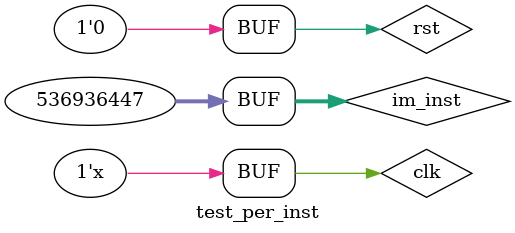
<source format=v>
`timescale 1ns / 1ps


module test_per_inst;
/*module CPU(
//cpuÐèÒªÎå¸öÊäÈë£¬Áù¸öÊä³ö
 input clk,
 input rst,
 input ena,
 output DM_ena,
 output DM_w,
 output DM_r,
 input [31:0]IM_inst,
 input [31:0]DM_rdata,
 output [31:0]DM_wdata,
 output [31:0]pcout,
 output [31:0]aluout
    );*/
reg clk;
reg rst;
wire dmena;
wire dmw;
wire dmr;
reg [31:0]im_inst;
reg [31:0]dm_rdata;
wire [31:0]dm_wdata;
wire [31:0]pcout;
wire [31:0]aluout;
CPU mycpu(clk,rst,1,dmena,dmw,dmr,im_inst,dm_rdata,dm_wdata,pcout,aluout);
initial
begin
clk=0;
rst=1;
im_inst<=32'h2000ffff;//addi $0,$0,0xffffffff
#50 rst=0;
end
always
begin
#10  clk=~clk;
end
endmodule

</source>
